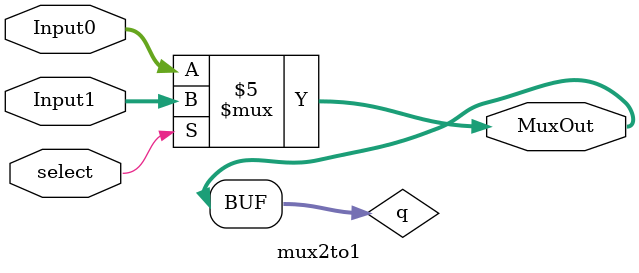
<source format=v>
module mux2to1 (input select, input [31:0] Input1, input [31:0] Input0, output wire [31:0] MuxOut);

reg [31:0]q;

initial q = 32'd0;

always @ (*) begin
	if (select == 1) 
		q <= Input1;
	else
		q <= Input0;
end

assign MuxOut = q;

endmodule

</source>
